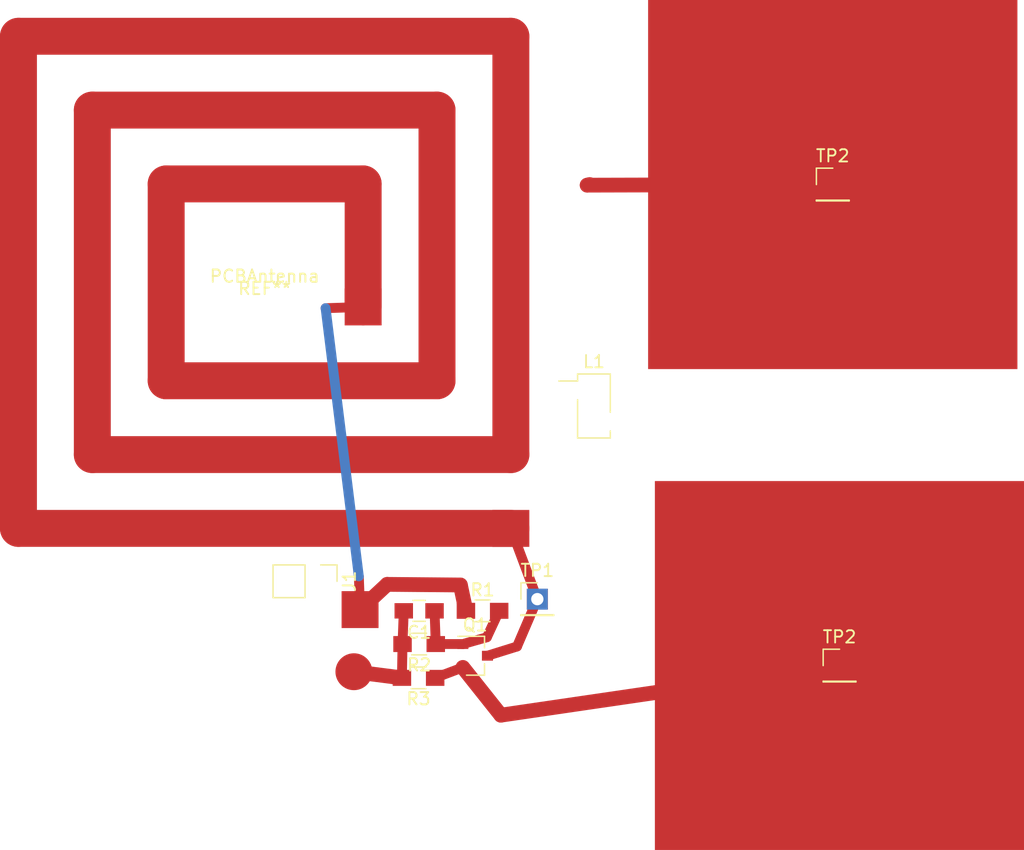
<source format=kicad_pcb>
(kicad_pcb (version 20171130) (host pcbnew 5.0.2+dfsg1-1)

  (general
    (thickness 1.6)
    (drawings 0)
    (tracks 21)
    (zones 0)
    (modules 11)
    (nets 6)
  )

  (page A4)
  (layers
    (0 F.Cu signal)
    (31 B.Cu signal)
    (32 B.Adhes user)
    (33 F.Adhes user)
    (34 B.Paste user)
    (35 F.Paste user)
    (36 B.SilkS user)
    (37 F.SilkS user)
    (38 B.Mask user)
    (39 F.Mask user)
    (40 Dwgs.User user)
    (41 Cmts.User user)
    (42 Eco1.User user)
    (43 Eco2.User user)
    (44 Edge.Cuts user)
    (45 Margin user)
    (46 B.CrtYd user)
    (47 F.CrtYd user)
    (48 B.Fab user)
    (49 F.Fab user)
  )

  (setup
    (last_trace_width 1.2)
    (user_trace_width 0.6)
    (user_trace_width 0.8)
    (user_trace_width 1.2)
    (trace_clearance 0.2)
    (zone_clearance 0.508)
    (zone_45_only no)
    (trace_min 0.2)
    (segment_width 0.2)
    (edge_width 0.15)
    (via_size 0.8)
    (via_drill 0.4)
    (via_min_size 0.4)
    (via_min_drill 0.3)
    (uvia_size 0.3)
    (uvia_drill 0.1)
    (uvias_allowed no)
    (uvia_min_size 0.2)
    (uvia_min_drill 0.1)
    (pcb_text_width 0.3)
    (pcb_text_size 1.5 1.5)
    (mod_edge_width 0.15)
    (mod_text_size 1 1)
    (mod_text_width 0.15)
    (pad_size 3 3)
    (pad_drill 0)
    (pad_to_mask_clearance 0.051)
    (solder_mask_min_width 0.25)
    (aux_axis_origin 0 0)
    (visible_elements FFFFFF7F)
    (pcbplotparams
      (layerselection 0x00000_7fffffff)
      (usegerberextensions false)
      (usegerberattributes false)
      (usegerberadvancedattributes false)
      (creategerberjobfile false)
      (excludeedgelayer false)
      (linewidth 0.050000)
      (plotframeref false)
      (viasonmask false)
      (mode 1)
      (useauxorigin false)
      (hpglpennumber 1)
      (hpglpenspeed 20)
      (hpglpendiameter 15.000000)
      (psnegative false)
      (psa4output false)
      (plotreference false)
      (plotvalue false)
      (plotinvisibletext false)
      (padsonsilk true)
      (subtractmaskfromsilk false)
      (outputformat 3)
      (mirror false)
      (drillshape 0)
      (scaleselection 1)
      (outputdirectory ""))
  )

  (net 0 "")
  (net 1 "Net-(C1-Pad1)")
  (net 2 GND)
  (net 3 +9V)
  (net 4 "Net-(L1-Pad2)")
  (net 5 "Net-(Q1-Pad2)")

  (net_class Default "This is the default net class."
    (clearance 0.2)
    (trace_width 0.25)
    (via_dia 0.8)
    (via_drill 0.4)
    (uvia_dia 0.3)
    (uvia_drill 0.1)
    (add_net +9V)
    (add_net GND)
    (add_net "Net-(C1-Pad1)")
    (add_net "Net-(L1-Pad2)")
    (add_net "Net-(Q1-Pad2)")
  )

  (module Pin_Headers:Pin_Header_Straight_1x01_Pitch2.54mm (layer F.Cu) (tedit 5FA303BB) (tstamp 5FBEEDC5)
    (at 152.6 63.4)
    (descr "Through hole straight pin header, 1x01, 2.54mm pitch, single row")
    (tags "Through hole pin header THT 1x01 2.54mm single row")
    (path /5FA3EE3C)
    (fp_text reference TP2 (at 0 -2.33) (layer F.SilkS)
      (effects (font (size 1 1) (thickness 0.15)))
    )
    (fp_text value cpad (at 0 2.33) (layer F.Fab)
      (effects (font (size 1 1) (thickness 0.15)))
    )
    (fp_line (start -0.635 -1.27) (end 1.27 -1.27) (layer F.Fab) (width 0.1))
    (fp_line (start 1.27 -1.27) (end 1.27 1.27) (layer F.Fab) (width 0.1))
    (fp_line (start 1.27 1.27) (end -1.27 1.27) (layer F.Fab) (width 0.1))
    (fp_line (start -1.27 1.27) (end -1.27 -0.635) (layer F.Fab) (width 0.1))
    (fp_line (start -1.27 -0.635) (end -0.635 -1.27) (layer F.Fab) (width 0.1))
    (fp_line (start -1.33 1.33) (end 1.33 1.33) (layer F.SilkS) (width 0.12))
    (fp_line (start -1.33 1.27) (end -1.33 1.33) (layer F.SilkS) (width 0.12))
    (fp_line (start 1.33 1.27) (end 1.33 1.33) (layer F.SilkS) (width 0.12))
    (fp_line (start -1.33 1.27) (end 1.33 1.27) (layer F.SilkS) (width 0.12))
    (fp_line (start -1.33 0) (end -1.33 -1.33) (layer F.SilkS) (width 0.12))
    (fp_line (start -1.33 -1.33) (end 0 -1.33) (layer F.SilkS) (width 0.12))
    (fp_line (start -1.8 -1.8) (end -1.8 1.8) (layer F.CrtYd) (width 0.05))
    (fp_line (start -1.8 1.8) (end 1.8 1.8) (layer F.CrtYd) (width 0.05))
    (fp_line (start 1.8 1.8) (end 1.8 -1.8) (layer F.CrtYd) (width 0.05))
    (fp_line (start 1.8 -1.8) (end -1.8 -1.8) (layer F.CrtYd) (width 0.05))
    (fp_text user %R (at 0 0 90) (layer F.Fab)
      (effects (font (size 1 1) (thickness 0.15)))
    )
    (pad 1 smd rect (at 0 0) (size 30 30) (layers F.Cu F.Paste F.Mask)
      (net 5 "Net-(Q1-Pad2)"))
    (model ${KISYS3DMOD}/Pin_Headers.3dshapes/Pin_Header_Straight_1x01_Pitch2.54mm.wrl
      (at (xyz 0 0 0))
      (scale (xyz 1 1 1))
      (rotate (xyz 0 0 0))
    )
  )

  (module rfid_calculator:ant (layer F.Cu) (tedit 5FBE46F5) (tstamp 5FAD9A15)
    (at 106.45 71.35)
    (descr "PCB inductor 40.0 mm x 40.0 mm 3 turns 6.0 mm pitch inductance 299.9 nH Q=1.5e+03 at 100.0 MHz generated with https://github.com/ignamv/kicad_scripts")
    (fp_text reference REF** (at 0 0.5) (layer F.SilkS)
      (effects (font (size 1 1) (thickness 0.15)))
    )
    (fp_text value PCBAntenna (at 0 -0.5) (layer F.SilkS)
      (effects (font (size 1 1) (thickness 0.15)))
    )
    (fp_line (start 8 -8) (end 8 2) (layer F.Cu) (width 3))
    (fp_line (start -8 -8) (end 8 -8) (layer F.Cu) (width 3))
    (fp_line (start -8 8) (end -8 -8) (layer F.Cu) (width 3))
    (fp_line (start 14 8) (end -8 8) (layer F.Cu) (width 3))
    (fp_line (start 14 -14) (end 14 8) (layer F.Cu) (width 3))
    (fp_line (start -14 -14) (end 14 -14) (layer F.Cu) (width 3))
    (fp_line (start -14 14) (end -14 -14) (layer F.Cu) (width 3))
    (fp_line (start 20 14) (end -14 14) (layer F.Cu) (width 3))
    (fp_line (start 20 -20) (end 20 14) (layer F.Cu) (width 3))
    (fp_line (start -20 -20) (end 20 -20) (layer F.Cu) (width 3))
    (fp_line (start -20 20) (end -20 -20) (layer F.Cu) (width 3))
    (fp_line (start 20 20) (end -20 20) (layer F.Cu) (width 3))
    (pad 2 smd rect (at 8 2) (size 3 3) (layers F.Cu)
      (net 3 +9V))
    (pad 1 smd rect (at 20 20) (size 3 3) (layers F.Cu)
      (net 4 "Net-(L1-Pad2)"))
  )

  (module Pin_Headers:Pin_Header_Straight_1x02_Pitch2.54mm_SMD_Pin1Left (layer F.Cu) (tedit 5FBE4522) (tstamp 5FAC7294)
    (at 133.2 81.4)
    (descr "surface-mounted straight pin header, 1x02, 2.54mm pitch, single row, style 1 (pin 1 left)")
    (tags "Surface mounted pin header SMD 1x02 2.54mm single row style1 pin1 left")
    (path /5FA3DE69)
    (attr smd)
    (fp_text reference L1 (at 0 -3.6) (layer F.SilkS)
      (effects (font (size 1 1) (thickness 0.15)))
    )
    (fp_text value L_Small (at 0 3.6) (layer F.Fab)
      (effects (font (size 1 1) (thickness 0.15)))
    )
    (fp_line (start 1.27 2.54) (end -1.27 2.54) (layer F.Fab) (width 0.1))
    (fp_line (start -0.32 -2.54) (end 1.27 -2.54) (layer F.Fab) (width 0.1))
    (fp_line (start -1.27 2.54) (end -1.27 -1.59) (layer F.Fab) (width 0.1))
    (fp_line (start -1.27 -1.59) (end -0.32 -2.54) (layer F.Fab) (width 0.1))
    (fp_line (start 1.27 -2.54) (end 1.27 2.54) (layer F.Fab) (width 0.1))
    (fp_line (start -1.27 -1.59) (end -2.54 -1.59) (layer F.Fab) (width 0.1))
    (fp_line (start -2.54 -1.59) (end -2.54 -0.95) (layer F.Fab) (width 0.1))
    (fp_line (start -2.54 -0.95) (end -1.27 -0.95) (layer F.Fab) (width 0.1))
    (fp_line (start 1.27 0.95) (end 2.54 0.95) (layer F.Fab) (width 0.1))
    (fp_line (start 2.54 0.95) (end 2.54 1.59) (layer F.Fab) (width 0.1))
    (fp_line (start 2.54 1.59) (end 1.27 1.59) (layer F.Fab) (width 0.1))
    (fp_line (start -1.33 -2.6) (end 1.33 -2.6) (layer F.SilkS) (width 0.12))
    (fp_line (start -1.33 2.6) (end 1.33 2.6) (layer F.SilkS) (width 0.12))
    (fp_line (start 1.33 -2.6) (end 1.33 0.51) (layer F.SilkS) (width 0.12))
    (fp_line (start -1.33 -2.03) (end -2.85 -2.03) (layer F.SilkS) (width 0.12))
    (fp_line (start -1.33 -2.6) (end -1.33 -2.03) (layer F.SilkS) (width 0.12))
    (fp_line (start 1.33 2.03) (end 1.33 2.6) (layer F.SilkS) (width 0.12))
    (fp_line (start -1.33 -0.51) (end -1.33 2.6) (layer F.SilkS) (width 0.12))
    (fp_line (start -3.45 -3.05) (end -3.45 3.05) (layer F.CrtYd) (width 0.05))
    (fp_line (start -3.45 3.05) (end 3.45 3.05) (layer F.CrtYd) (width 0.05))
    (fp_line (start 3.45 3.05) (end 3.45 -3.05) (layer F.CrtYd) (width 0.05))
    (fp_line (start 3.45 -3.05) (end -3.45 -3.05) (layer F.CrtYd) (width 0.05))
    (fp_text user %R (at 0 0 90) (layer F.Fab)
      (effects (font (size 1 1) (thickness 0.15)))
    )
    (pad 1 smd rect (at -18.75 -8.25) (size 2.51 1) (layers F.Cu F.Paste F.Mask)
      (net 3 +9V))
    (pad 2 smd rect (at -6.55 9.8) (size 2.51 1) (layers F.Cu F.Paste F.Mask)
      (net 4 "Net-(L1-Pad2)"))
    (model ${KISYS3DMOD}/Pin_Headers.3dshapes/Pin_Header_Straight_1x02_Pitch2.54mm_SMD_Pin1Left.wrl
      (at (xyz 0 0 0))
      (scale (xyz 1 1 1))
      (rotate (xyz 0 0 0))
    )
  )

  (module Capacitors_SMD:C_0805_HandSoldering (layer F.Cu) (tedit 58AA84A8) (tstamp 5FAC7261)
    (at 119 98.05 180)
    (descr "Capacitor SMD 0805, hand soldering")
    (tags "capacitor 0805")
    (path /5FA3DF7D)
    (attr smd)
    (fp_text reference C1 (at 0 -1.75 180) (layer F.SilkS)
      (effects (font (size 1 1) (thickness 0.15)))
    )
    (fp_text value 1N (at 0 1.75 180) (layer F.Fab)
      (effects (font (size 1 1) (thickness 0.15)))
    )
    (fp_text user %R (at 0 -1.75 180) (layer F.Fab)
      (effects (font (size 1 1) (thickness 0.15)))
    )
    (fp_line (start -1 0.62) (end -1 -0.62) (layer F.Fab) (width 0.1))
    (fp_line (start 1 0.62) (end -1 0.62) (layer F.Fab) (width 0.1))
    (fp_line (start 1 -0.62) (end 1 0.62) (layer F.Fab) (width 0.1))
    (fp_line (start -1 -0.62) (end 1 -0.62) (layer F.Fab) (width 0.1))
    (fp_line (start 0.5 -0.85) (end -0.5 -0.85) (layer F.SilkS) (width 0.12))
    (fp_line (start -0.5 0.85) (end 0.5 0.85) (layer F.SilkS) (width 0.12))
    (fp_line (start -2.25 -0.88) (end 2.25 -0.88) (layer F.CrtYd) (width 0.05))
    (fp_line (start -2.25 -0.88) (end -2.25 0.87) (layer F.CrtYd) (width 0.05))
    (fp_line (start 2.25 0.87) (end 2.25 -0.88) (layer F.CrtYd) (width 0.05))
    (fp_line (start 2.25 0.87) (end -2.25 0.87) (layer F.CrtYd) (width 0.05))
    (pad 1 smd rect (at -1.25 0 180) (size 1.5 1.25) (layers F.Cu F.Paste F.Mask)
      (net 1 "Net-(C1-Pad1)"))
    (pad 2 smd rect (at 1.25 0 180) (size 1.5 1.25) (layers F.Cu F.Paste F.Mask)
      (net 2 GND))
    (model Capacitors_SMD.3dshapes/C_0805.wrl
      (at (xyz 0 0 0))
      (scale (xyz 1 1 1))
      (rotate (xyz 0 0 0))
    )
  )

  (module Pin_Headers:Pin_Header_Straight_1x02_Pitch2.54mm (layer F.Cu) (tedit 5FBE4795) (tstamp 5FAC7277)
    (at 111 95.65 270)
    (descr "Through hole straight pin header, 1x02, 2.54mm pitch, single row")
    (tags "Through hole pin header THT 1x02 2.54mm single row")
    (path /5FA3EFB3)
    (fp_text reference J1 (at 0 -2.33 270) (layer F.SilkS)
      (effects (font (size 1 1) (thickness 0.15)))
    )
    (fp_text value powc (at 0 4.87 270) (layer F.Fab)
      (effects (font (size 1 1) (thickness 0.15)))
    )
    (fp_line (start -0.635 -1.27) (end 1.27 -1.27) (layer F.Fab) (width 0.1))
    (fp_line (start 1.27 -1.27) (end 1.27 3.81) (layer F.Fab) (width 0.1))
    (fp_line (start 1.27 3.81) (end -1.27 3.81) (layer F.Fab) (width 0.1))
    (fp_line (start -1.27 3.81) (end -1.27 -0.635) (layer F.Fab) (width 0.1))
    (fp_line (start -1.27 -0.635) (end -0.635 -1.27) (layer F.Fab) (width 0.1))
    (fp_line (start -1.33 3.87) (end 1.33 3.87) (layer F.SilkS) (width 0.12))
    (fp_line (start -1.33 1.27) (end -1.33 3.87) (layer F.SilkS) (width 0.12))
    (fp_line (start 1.33 1.27) (end 1.33 3.87) (layer F.SilkS) (width 0.12))
    (fp_line (start -1.33 1.27) (end 1.33 1.27) (layer F.SilkS) (width 0.12))
    (fp_line (start -1.33 0) (end -1.33 -1.33) (layer F.SilkS) (width 0.12))
    (fp_line (start -1.33 -1.33) (end 0 -1.33) (layer F.SilkS) (width 0.12))
    (fp_line (start -1.8 -1.8) (end -1.8 4.35) (layer F.CrtYd) (width 0.05))
    (fp_line (start -1.8 4.35) (end 1.8 4.35) (layer F.CrtYd) (width 0.05))
    (fp_line (start 1.8 4.35) (end 1.8 -1.8) (layer F.CrtYd) (width 0.05))
    (fp_line (start 1.8 -1.8) (end -1.8 -1.8) (layer F.CrtYd) (width 0.05))
    (fp_text user %R (at 0 1.27) (layer F.Fab)
      (effects (font (size 1 1) (thickness 0.15)))
    )
    (pad 1 smd rect (at 2.3 -3.2 270) (size 3 3) (layers F.Cu F.Paste F.Mask)
      (net 3 +9V))
    (pad 2 smd oval (at 7.35 -2.7 270) (size 3 3) (layers F.Cu F.Paste F.Mask)
      (net 2 GND))
    (model ${KISYS3DMOD}/Pin_Headers.3dshapes/Pin_Header_Straight_1x02_Pitch2.54mm.wrl
      (at (xyz 0 0 0))
      (scale (xyz 1 1 1))
      (rotate (xyz 0 0 0))
    )
  )

  (module TO_SOT_Packages_SMD:SOT-23 (layer F.Cu) (tedit 58CE4E7E) (tstamp 5FAC72A9)
    (at 123.55 101.7)
    (descr "SOT-23, Standard")
    (tags SOT-23)
    (path /5FA3DC67)
    (attr smd)
    (fp_text reference Q1 (at 0 -2.5) (layer F.SilkS)
      (effects (font (size 1 1) (thickness 0.15)))
    )
    (fp_text value 847BEC (at 0 2.5) (layer F.Fab)
      (effects (font (size 1 1) (thickness 0.15)))
    )
    (fp_text user %R (at 0 0) (layer F.Fab)
      (effects (font (size 0.5 0.5) (thickness 0.075)))
    )
    (fp_line (start -0.7 -0.95) (end -0.7 1.5) (layer F.Fab) (width 0.1))
    (fp_line (start -0.15 -1.52) (end 0.7 -1.52) (layer F.Fab) (width 0.1))
    (fp_line (start -0.7 -0.95) (end -0.15 -1.52) (layer F.Fab) (width 0.1))
    (fp_line (start 0.7 -1.52) (end 0.7 1.52) (layer F.Fab) (width 0.1))
    (fp_line (start -0.7 1.52) (end 0.7 1.52) (layer F.Fab) (width 0.1))
    (fp_line (start 0.76 1.58) (end 0.76 0.65) (layer F.SilkS) (width 0.12))
    (fp_line (start 0.76 -1.58) (end 0.76 -0.65) (layer F.SilkS) (width 0.12))
    (fp_line (start -1.7 -1.75) (end 1.7 -1.75) (layer F.CrtYd) (width 0.05))
    (fp_line (start 1.7 -1.75) (end 1.7 1.75) (layer F.CrtYd) (width 0.05))
    (fp_line (start 1.7 1.75) (end -1.7 1.75) (layer F.CrtYd) (width 0.05))
    (fp_line (start -1.7 1.75) (end -1.7 -1.75) (layer F.CrtYd) (width 0.05))
    (fp_line (start 0.76 -1.58) (end -1.4 -1.58) (layer F.SilkS) (width 0.12))
    (fp_line (start 0.76 1.58) (end -0.7 1.58) (layer F.SilkS) (width 0.12))
    (pad 1 smd rect (at -1 -0.95) (size 0.9 0.8) (layers F.Cu F.Paste F.Mask)
      (net 1 "Net-(C1-Pad1)"))
    (pad 2 smd rect (at -1 0.95) (size 0.9 0.8) (layers F.Cu F.Paste F.Mask)
      (net 5 "Net-(Q1-Pad2)"))
    (pad 3 smd rect (at 1 0) (size 0.9 0.8) (layers F.Cu F.Paste F.Mask)
      (net 4 "Net-(L1-Pad2)"))
    (model ${KISYS3DMOD}/TO_SOT_Packages_SMD.3dshapes/SOT-23.wrl
      (at (xyz 0 0 0))
      (scale (xyz 1 1 1))
      (rotate (xyz 0 0 0))
    )
  )

  (module Resistors_SMD:R_0805_HandSoldering (layer F.Cu) (tedit 58E0A804) (tstamp 5FAC72BA)
    (at 124.15 98.05)
    (descr "Resistor SMD 0805, hand soldering")
    (tags "resistor 0805")
    (path /5FA3E5CA)
    (attr smd)
    (fp_text reference R1 (at 0 -1.7) (layer F.SilkS)
      (effects (font (size 1 1) (thickness 0.15)))
    )
    (fp_text value 10K (at 0 1.75) (layer F.Fab)
      (effects (font (size 1 1) (thickness 0.15)))
    )
    (fp_text user %R (at 0 0) (layer F.Fab)
      (effects (font (size 0.5 0.5) (thickness 0.075)))
    )
    (fp_line (start -1 0.62) (end -1 -0.62) (layer F.Fab) (width 0.1))
    (fp_line (start 1 0.62) (end -1 0.62) (layer F.Fab) (width 0.1))
    (fp_line (start 1 -0.62) (end 1 0.62) (layer F.Fab) (width 0.1))
    (fp_line (start -1 -0.62) (end 1 -0.62) (layer F.Fab) (width 0.1))
    (fp_line (start 0.6 0.88) (end -0.6 0.88) (layer F.SilkS) (width 0.12))
    (fp_line (start -0.6 -0.88) (end 0.6 -0.88) (layer F.SilkS) (width 0.12))
    (fp_line (start -2.35 -0.9) (end 2.35 -0.9) (layer F.CrtYd) (width 0.05))
    (fp_line (start -2.35 -0.9) (end -2.35 0.9) (layer F.CrtYd) (width 0.05))
    (fp_line (start 2.35 0.9) (end 2.35 -0.9) (layer F.CrtYd) (width 0.05))
    (fp_line (start 2.35 0.9) (end -2.35 0.9) (layer F.CrtYd) (width 0.05))
    (pad 1 smd rect (at -1.35 0) (size 1.5 1.3) (layers F.Cu F.Paste F.Mask)
      (net 3 +9V))
    (pad 2 smd rect (at 1.35 0) (size 1.5 1.3) (layers F.Cu F.Paste F.Mask)
      (net 1 "Net-(C1-Pad1)"))
    (model ${KISYS3DMOD}/Resistors_SMD.3dshapes/R_0805.wrl
      (at (xyz 0 0 0))
      (scale (xyz 1 1 1))
      (rotate (xyz 0 0 0))
    )
  )

  (module Resistors_SMD:R_0805_HandSoldering (layer F.Cu) (tedit 58E0A804) (tstamp 5FAC72CB)
    (at 119 100.75 180)
    (descr "Resistor SMD 0805, hand soldering")
    (tags "resistor 0805")
    (path /5FA3E02E)
    (attr smd)
    (fp_text reference R2 (at 0 -1.7 180) (layer F.SilkS)
      (effects (font (size 1 1) (thickness 0.15)))
    )
    (fp_text value 10K (at 0 1.75 180) (layer F.Fab)
      (effects (font (size 1 1) (thickness 0.15)))
    )
    (fp_text user %R (at 0 0 180) (layer F.Fab)
      (effects (font (size 0.5 0.5) (thickness 0.075)))
    )
    (fp_line (start -1 0.62) (end -1 -0.62) (layer F.Fab) (width 0.1))
    (fp_line (start 1 0.62) (end -1 0.62) (layer F.Fab) (width 0.1))
    (fp_line (start 1 -0.62) (end 1 0.62) (layer F.Fab) (width 0.1))
    (fp_line (start -1 -0.62) (end 1 -0.62) (layer F.Fab) (width 0.1))
    (fp_line (start 0.6 0.88) (end -0.6 0.88) (layer F.SilkS) (width 0.12))
    (fp_line (start -0.6 -0.88) (end 0.6 -0.88) (layer F.SilkS) (width 0.12))
    (fp_line (start -2.35 -0.9) (end 2.35 -0.9) (layer F.CrtYd) (width 0.05))
    (fp_line (start -2.35 -0.9) (end -2.35 0.9) (layer F.CrtYd) (width 0.05))
    (fp_line (start 2.35 0.9) (end 2.35 -0.9) (layer F.CrtYd) (width 0.05))
    (fp_line (start 2.35 0.9) (end -2.35 0.9) (layer F.CrtYd) (width 0.05))
    (pad 1 smd rect (at -1.35 0 180) (size 1.5 1.3) (layers F.Cu F.Paste F.Mask)
      (net 1 "Net-(C1-Pad1)"))
    (pad 2 smd rect (at 1.35 0 180) (size 1.5 1.3) (layers F.Cu F.Paste F.Mask)
      (net 2 GND))
    (model ${KISYS3DMOD}/Resistors_SMD.3dshapes/R_0805.wrl
      (at (xyz 0 0 0))
      (scale (xyz 1 1 1))
      (rotate (xyz 0 0 0))
    )
  )

  (module Resistors_SMD:R_0805_HandSoldering (layer F.Cu) (tedit 58E0A804) (tstamp 5FAC72DC)
    (at 118.95 103.5 180)
    (descr "Resistor SMD 0805, hand soldering")
    (tags "resistor 0805")
    (path /5FA3E407)
    (attr smd)
    (fp_text reference R3 (at 0 -1.7 180) (layer F.SilkS)
      (effects (font (size 1 1) (thickness 0.15)))
    )
    (fp_text value 470R (at 0 1.75 180) (layer F.Fab)
      (effects (font (size 1 1) (thickness 0.15)))
    )
    (fp_line (start 2.35 0.9) (end -2.35 0.9) (layer F.CrtYd) (width 0.05))
    (fp_line (start 2.35 0.9) (end 2.35 -0.9) (layer F.CrtYd) (width 0.05))
    (fp_line (start -2.35 -0.9) (end -2.35 0.9) (layer F.CrtYd) (width 0.05))
    (fp_line (start -2.35 -0.9) (end 2.35 -0.9) (layer F.CrtYd) (width 0.05))
    (fp_line (start -0.6 -0.88) (end 0.6 -0.88) (layer F.SilkS) (width 0.12))
    (fp_line (start 0.6 0.88) (end -0.6 0.88) (layer F.SilkS) (width 0.12))
    (fp_line (start -1 -0.62) (end 1 -0.62) (layer F.Fab) (width 0.1))
    (fp_line (start 1 -0.62) (end 1 0.62) (layer F.Fab) (width 0.1))
    (fp_line (start 1 0.62) (end -1 0.62) (layer F.Fab) (width 0.1))
    (fp_line (start -1 0.62) (end -1 -0.62) (layer F.Fab) (width 0.1))
    (fp_text user %R (at 0 0 180) (layer F.Fab)
      (effects (font (size 0.5 0.5) (thickness 0.075)))
    )
    (pad 2 smd rect (at 1.35 0 180) (size 1.5 1.3) (layers F.Cu F.Paste F.Mask)
      (net 2 GND))
    (pad 1 smd rect (at -1.35 0 180) (size 1.5 1.3) (layers F.Cu F.Paste F.Mask)
      (net 5 "Net-(Q1-Pad2)"))
    (model ${KISYS3DMOD}/Resistors_SMD.3dshapes/R_0805.wrl
      (at (xyz 0 0 0))
      (scale (xyz 1 1 1))
      (rotate (xyz 0 0 0))
    )
  )

  (module Pin_Headers:Pin_Header_Straight_1x01_Pitch2.54mm (layer F.Cu) (tedit 59650532) (tstamp 5FAC72F1)
    (at 128.6 97.1)
    (descr "Through hole straight pin header, 1x01, 2.54mm pitch, single row")
    (tags "Through hole pin header THT 1x01 2.54mm single row")
    (path /5FA3E23E)
    (fp_text reference TP1 (at 0 -2.33) (layer F.SilkS)
      (effects (font (size 1 1) (thickness 0.15)))
    )
    (fp_text value cpad (at 0 2.33) (layer F.Fab)
      (effects (font (size 1 1) (thickness 0.15)))
    )
    (fp_line (start -0.635 -1.27) (end 1.27 -1.27) (layer F.Fab) (width 0.1))
    (fp_line (start 1.27 -1.27) (end 1.27 1.27) (layer F.Fab) (width 0.1))
    (fp_line (start 1.27 1.27) (end -1.27 1.27) (layer F.Fab) (width 0.1))
    (fp_line (start -1.27 1.27) (end -1.27 -0.635) (layer F.Fab) (width 0.1))
    (fp_line (start -1.27 -0.635) (end -0.635 -1.27) (layer F.Fab) (width 0.1))
    (fp_line (start -1.33 1.33) (end 1.33 1.33) (layer F.SilkS) (width 0.12))
    (fp_line (start -1.33 1.27) (end -1.33 1.33) (layer F.SilkS) (width 0.12))
    (fp_line (start 1.33 1.27) (end 1.33 1.33) (layer F.SilkS) (width 0.12))
    (fp_line (start -1.33 1.27) (end 1.33 1.27) (layer F.SilkS) (width 0.12))
    (fp_line (start -1.33 0) (end -1.33 -1.33) (layer F.SilkS) (width 0.12))
    (fp_line (start -1.33 -1.33) (end 0 -1.33) (layer F.SilkS) (width 0.12))
    (fp_line (start -1.8 -1.8) (end -1.8 1.8) (layer F.CrtYd) (width 0.05))
    (fp_line (start -1.8 1.8) (end 1.8 1.8) (layer F.CrtYd) (width 0.05))
    (fp_line (start 1.8 1.8) (end 1.8 -1.8) (layer F.CrtYd) (width 0.05))
    (fp_line (start 1.8 -1.8) (end -1.8 -1.8) (layer F.CrtYd) (width 0.05))
    (fp_text user %R (at 0 0 90) (layer F.Fab)
      (effects (font (size 1 1) (thickness 0.15)))
    )
    (pad 1 thru_hole rect (at 0 0) (size 1.7 1.7) (drill 1) (layers *.Cu *.Mask)
      (net 4 "Net-(L1-Pad2)"))
    (model ${KISYS3DMOD}/Pin_Headers.3dshapes/Pin_Header_Straight_1x01_Pitch2.54mm.wrl
      (at (xyz 0 0 0))
      (scale (xyz 1 1 1))
      (rotate (xyz 0 0 0))
    )
  )

  (module Pin_Headers:Pin_Header_Straight_1x01_Pitch2.54mm (layer F.Cu) (tedit 5FA303BB) (tstamp 5FAC7306)
    (at 153.15 102.5)
    (descr "Through hole straight pin header, 1x01, 2.54mm pitch, single row")
    (tags "Through hole pin header THT 1x01 2.54mm single row")
    (path /5FA3EE3C)
    (fp_text reference TP2 (at 0 -2.33) (layer F.SilkS)
      (effects (font (size 1 1) (thickness 0.15)))
    )
    (fp_text value cpad (at 0 2.33) (layer F.Fab)
      (effects (font (size 1 1) (thickness 0.15)))
    )
    (fp_text user %R (at 0 0 90) (layer F.Fab)
      (effects (font (size 1 1) (thickness 0.15)))
    )
    (fp_line (start 1.8 -1.8) (end -1.8 -1.8) (layer F.CrtYd) (width 0.05))
    (fp_line (start 1.8 1.8) (end 1.8 -1.8) (layer F.CrtYd) (width 0.05))
    (fp_line (start -1.8 1.8) (end 1.8 1.8) (layer F.CrtYd) (width 0.05))
    (fp_line (start -1.8 -1.8) (end -1.8 1.8) (layer F.CrtYd) (width 0.05))
    (fp_line (start -1.33 -1.33) (end 0 -1.33) (layer F.SilkS) (width 0.12))
    (fp_line (start -1.33 0) (end -1.33 -1.33) (layer F.SilkS) (width 0.12))
    (fp_line (start -1.33 1.27) (end 1.33 1.27) (layer F.SilkS) (width 0.12))
    (fp_line (start 1.33 1.27) (end 1.33 1.33) (layer F.SilkS) (width 0.12))
    (fp_line (start -1.33 1.27) (end -1.33 1.33) (layer F.SilkS) (width 0.12))
    (fp_line (start -1.33 1.33) (end 1.33 1.33) (layer F.SilkS) (width 0.12))
    (fp_line (start -1.27 -0.635) (end -0.635 -1.27) (layer F.Fab) (width 0.1))
    (fp_line (start -1.27 1.27) (end -1.27 -0.635) (layer F.Fab) (width 0.1))
    (fp_line (start 1.27 1.27) (end -1.27 1.27) (layer F.Fab) (width 0.1))
    (fp_line (start 1.27 -1.27) (end 1.27 1.27) (layer F.Fab) (width 0.1))
    (fp_line (start -0.635 -1.27) (end 1.27 -1.27) (layer F.Fab) (width 0.1))
    (pad 1 smd rect (at 0 0) (size 30 30) (layers F.Cu F.Paste F.Mask)
      (net 5 "Net-(Q1-Pad2)"))
    (model ${KISYS3DMOD}/Pin_Headers.3dshapes/Pin_Header_Straight_1x01_Pitch2.54mm.wrl
      (at (xyz 0 0 0))
      (scale (xyz 1 1 1))
      (rotate (xyz 0 0 0))
    )
  )

  (segment (start 120.25 98.05) (end 120.35 100.75) (width 0.8) (layer F.Cu) (net 1) (tstamp 5FAE2BB1) (status C00010))
  (segment (start 120.35 100.75) (end 122.55 100.75) (width 0.8) (layer F.Cu) (net 1) (tstamp 5FAE2BB4) (status C00000))
  (segment (start 122.55 100.75) (end 124.5 100.2) (width 0.8) (layer F.Cu) (net 1) (tstamp 5FAE2BC8) (status 400000))
  (segment (start 124.5 100.2) (end 125.5 98.05) (width 0.8) (layer F.Cu) (net 1) (tstamp 5FAE2BC9) (status 800020))
  (segment (start 117.6 103.5) (end 117.65 100.75) (width 0.8) (layer F.Cu) (net 2) (tstamp 5FAE2BA2) (status C00010))
  (segment (start 117.65 100.75) (end 117.75 98.05) (width 0.8) (layer F.Cu) (net 2) (tstamp 5FAE2BA5) (status C00020))
  (segment (start 113.7 103) (end 117.6 103.5) (width 1.2) (layer F.Cu) (net 2) (tstamp 5FBEE0A0) (status C00020))
  (segment (start 114.2 97.95) (end 116.4 95.9) (width 1.2) (layer F.Cu) (net 3) (tstamp 5FBEE09B) (status 400000))
  (segment (start 116.4 95.9) (end 122.35 95.95) (width 1.2) (layer F.Cu) (net 3) (tstamp 5FBEE09C))
  (segment (start 122.35 95.95) (end 122.8 98.05) (width 1.2) (layer F.Cu) (net 3) (tstamp 5FBEE09D) (status 800020))
  (segment (start 114.45 73.35) (end 111.4 73.45) (width 0.8) (layer F.Cu) (net 3) (tstamp 5FBEEC53) (status 400000))
  (segment (start 114.1 95.25) (end 114.2 97.95) (width 0.8) (layer F.Cu) (net 3) (tstamp 5FBEEC59) (status 800000))
  (segment (start 111.4 73.45) (end 114.1 95.25) (width 0.8) (layer B.Cu) (net 3) (tstamp 5FBEEC56))
  (segment (start 124.55 101.7) (end 126.95 100.95) (width 0.8) (layer F.Cu) (net 4) (tstamp 5FAE2B95) (status 400000))
  (segment (start 126.95 100.95) (end 128.6 97.1) (width 0.8) (layer F.Cu) (net 4) (tstamp 5FAE2B96) (status 800000))
  (segment (start 126.45 91.35) (end 128.6 97.1) (width 0.8) (layer F.Cu) (net 4) (tstamp 5FBEECC4) (status C00000))
  (segment (start 120.3 103.5) (end 122.55 102.65) (width 0.8) (layer F.Cu) (net 5) (tstamp 5FAE2B9A) (status C00010))
  (segment (start 122.55 102.65) (end 125.635637 106.53193) (width 1.2) (layer F.Cu) (net 5) (tstamp 5FAE2B9D) (status 400000))
  (segment (start 125.635637 106.53193) (end 153.15 102.5) (width 1.2) (layer F.Cu) (net 5) (tstamp 5FAE2B9E) (status 800000))
  (segment (start 152.6 63.4) (end 132.65 63.45) (width 1.2) (layer F.Cu) (net 5) (tstamp 5FBEEDDC) (status 400000))
  (segment (start 132.65 63.45) (end 132.85 63.4) (width 1.2) (layer F.Cu) (net 5) (tstamp 5FBEEDDD))

)

</source>
